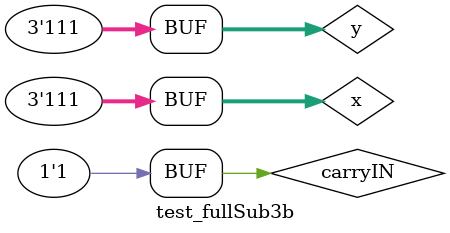
<source format=v>
module fullSub3b (output [2:0] s, output carryOut, input [2:0] a, input [2:0] b, input carryIn);
       wire carryOut1, carryOut2;
       fullSub1b FS1(s[0],carryOut1,a[0],b[0],carryIn);
       fullSub1b FS2(s[1],carryOut2,a[1],b[1],carryOut1);
       fullSub1b FS3(s[2],carryOut,a[2],b[2],carryOut2);
endmodule // fullSub3b
// -------------------------
// full sub 1 bit
// -------------------------
module fullSub1b (output s, output carryOut, input a, input b, input carryIn);
       wire s1, s2, s3, aN;
       xor X1(s1, carryIn, b);
       xor X2(s, s1, a);
       not N1(aN, a);
       and A1(s2, s1, aN);
       and A2(s3, b, carryIn);
       or O1(carryOut, s2, s3);
endmodule // fullSub1b
// Testes
module test_fullSub3b;
       // ------------------------- definir dados
       reg [2:0] x;
       reg [2:0] y;
       reg carryIN;
       wire carryOUT;
       wire [2:0] subtracao;
       fullSub3b FS31(subtracao, carryOUT, x, y, carryIN);
       // ------------------------- parte principal
       initial begin
               $display("Exemplo0022 - Willian Antonio dos Santos - 462020");
               $display("Test ALU's full subtrator");
               $display("CarryOUT nao tem valor na representacao, ja que estaria acima do sinal\n( Embora faca parte do subtrator completo ).\n");
               x = 0; y = 0; carryIN = 0;
               $monitor("Valor1: %3b - Valor2: %3b - CarryIn : %b = %3b | CarryOut: %b", x, y, carryIN, subtracao, carryOUT);
               repeat (7) begin
                      #1 y = y + 1;
               end
               #1 $display("-----------------------------------------------------------");
               repeat (7) begin
                      #1 x = x + 1;y = y + 1;
                      repeat (7) begin
                             #1 y = y + 1;
                      end
                      #1 $display("-----------------------------------------------------------");
               end
               #1 x = 0; y = 0; carryIN = 1;
               repeat (7) begin
                      #1 y = y + 1;
               end
               #1 $display("-----------------------------------------------------------");
               repeat (7) begin
                      #1 x = x + 1;y = y + 1;
                      repeat (7) begin
                             #1 y = y + 1;
                      end
                      #1 $display("-----------------------------------------------------------");
               end
       end
endmodule // test_fullSub3b
</source>
